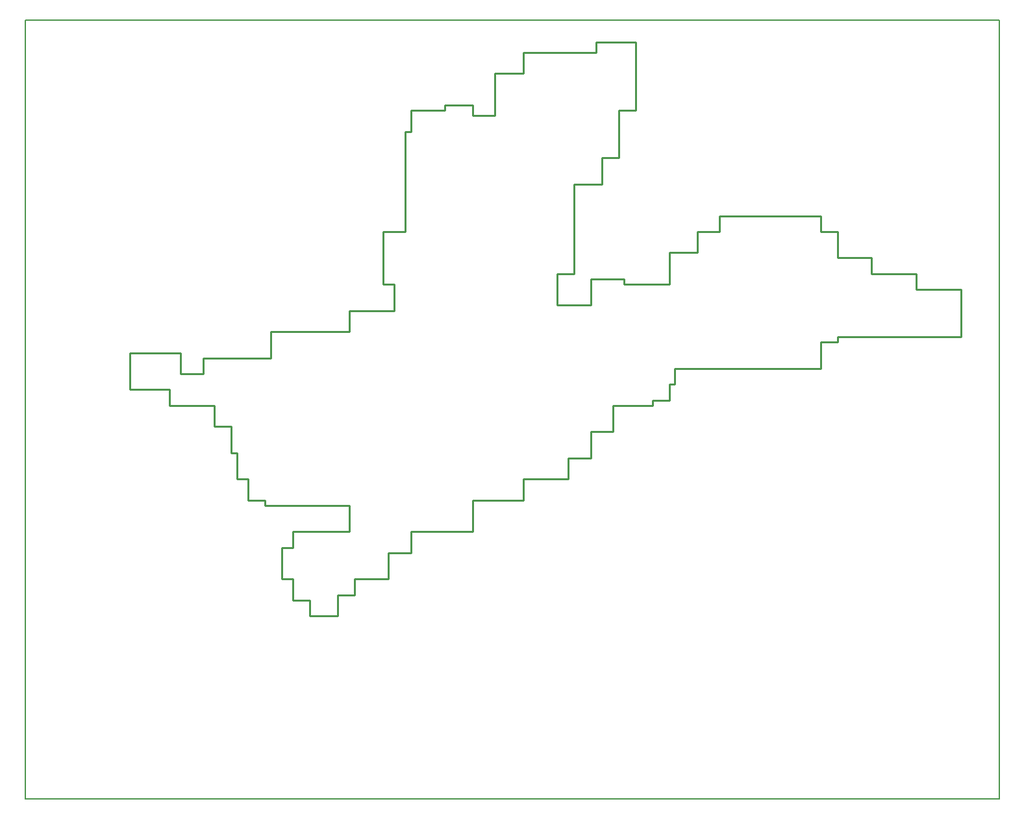
<source format=gm1>
G04 Layer_Color=16711935*
%FSLAX25Y25*%
%MOIN*%
G70*
G01*
G75*
%ADD52C,0.00800*%
%ADD91C,0.00984*%
D52*
X1340000Y1310000D02*
X1840000D01*
Y1710000D01*
X1340000D02*
X1840000D01*
X1340000Y1310000D02*
Y1710000D01*
D91*
X1393858Y1539074D02*
X1419804D01*
Y1528255D02*
Y1539074D01*
Y1528255D02*
X1431335D01*
Y1536369D01*
X1465930D01*
Y1549894D01*
X1506289D01*
Y1560713D01*
X1529352D01*
Y1574238D01*
X1523586D02*
X1529352D01*
X1523586D02*
Y1601287D01*
X1535118D01*
Y1652679D01*
X1538001D01*
Y1663499D01*
X1555298Y1666204D02*
X1569712D01*
X1538001Y1663499D02*
X1555298D01*
Y1666204D01*
X1569712Y1660794D02*
Y1666204D01*
Y1660794D02*
X1581244D01*
Y1682433D01*
X1595658D01*
Y1693253D01*
X1612955D01*
X1633135D01*
Y1698662D01*
X1653315D01*
Y1663499D02*
Y1698662D01*
X1644666Y1663499D02*
X1653315D01*
X1644666Y1639155D02*
Y1663499D01*
X1636018Y1639155D02*
X1644666D01*
X1636018Y1625631D02*
Y1639155D01*
X1621603Y1625631D02*
X1636018D01*
X1621603Y1579648D02*
Y1625631D01*
X1612955Y1579648D02*
X1621603D01*
X1612955Y1563418D02*
Y1579648D01*
Y1563418D02*
X1630252D01*
Y1576943D01*
X1647549D01*
Y1574238D02*
Y1576943D01*
Y1574238D02*
X1670612D01*
Y1590467D01*
X1685026D01*
Y1601287D01*
X1696558D01*
Y1609401D01*
X1745566D01*
X1748449D01*
Y1601287D02*
Y1609401D01*
Y1601287D02*
X1757097D01*
Y1587762D02*
Y1601287D01*
Y1587762D02*
X1774394D01*
Y1579648D02*
Y1587762D01*
Y1579648D02*
X1797457D01*
Y1571533D02*
Y1579648D01*
Y1571533D02*
X1820520D01*
Y1547189D02*
Y1571533D01*
X1757097Y1547189D02*
X1820520D01*
X1757097Y1544484D02*
Y1547189D01*
X1748449Y1544484D02*
X1757097D01*
X1748449Y1530960D02*
Y1544484D01*
X1673495Y1530960D02*
X1748449D01*
X1673495Y1522845D02*
Y1530960D01*
X1670612Y1522845D02*
X1673495D01*
X1670612Y1517435D02*
Y1522845D01*
Y1514730D02*
Y1517435D01*
X1661963Y1514730D02*
X1670612D01*
X1661963Y1512026D02*
Y1514730D01*
X1641783Y1512026D02*
X1661963D01*
X1641783Y1498501D02*
Y1512026D01*
X1630252Y1498501D02*
X1641783D01*
X1630252Y1484977D02*
Y1498501D01*
X1618721Y1484977D02*
X1630252D01*
X1618721Y1474157D02*
Y1484977D01*
X1595658Y1474157D02*
X1618721D01*
X1595658Y1463338D02*
Y1474157D01*
X1569712Y1463338D02*
X1595658D01*
X1569712Y1449813D02*
Y1463338D01*
X1526469Y1436289D02*
X1538001D01*
X1526469Y1422764D02*
Y1436289D01*
X1509172Y1422764D02*
X1526469D01*
X1509172Y1414650D02*
Y1422764D01*
X1500524Y1414650D02*
X1509172D01*
X1500524Y1403830D02*
Y1414650D01*
X1486110Y1403830D02*
X1500524D01*
X1486110D02*
Y1411945D01*
X1477461D02*
X1486110D01*
X1477461D02*
Y1422764D01*
X1471695D02*
X1477461D01*
X1471695D02*
Y1438994D01*
X1477461D01*
Y1447108D01*
X1506289D01*
Y1460633D01*
X1463047D02*
X1506289D01*
X1463047D02*
Y1463338D01*
X1454398D02*
X1463047D01*
X1454398D02*
Y1474157D01*
X1448632D02*
X1454398D01*
X1448632D02*
Y1487681D01*
X1445750D02*
X1448632D01*
X1445750D02*
Y1501206D01*
X1437101D02*
X1445750D01*
X1437101D02*
Y1512026D01*
X1416921D02*
X1437101D01*
X1414038D02*
X1416921D01*
X1414038D02*
Y1520140D01*
X1393858D02*
X1414038D01*
X1393858D02*
Y1539074D01*
X1538001Y1447108D02*
X1569712D01*
Y1449813D01*
X1538001Y1436289D02*
Y1447108D01*
M02*

</source>
